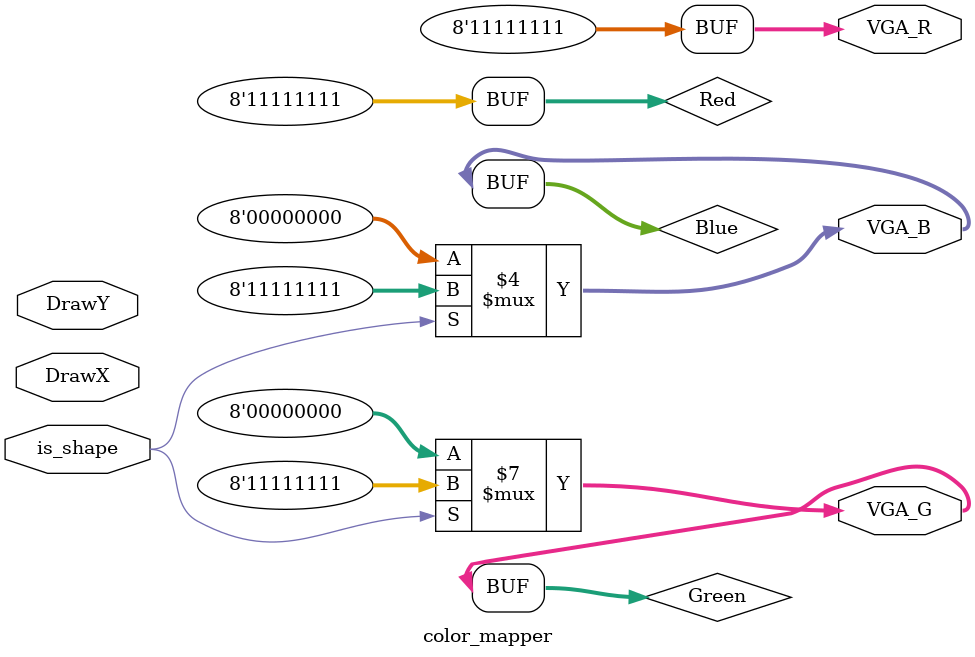
<source format=sv>

module  color_mapper ( input              is_shape,            // Whether current pixel belongs to ball 
                                                              //   or background (computed in ball.sv)
                       input        [9:0] DrawX, DrawY,       // Current pixel coordinates
                       output logic [7:0] VGA_R, VGA_G, VGA_B // VGA RGB output
                     );
    
    logic [7:0] Red, Green, Blue;
    
    // Output colors to VGA
    assign VGA_R = Red;
    assign VGA_G = Green;
    assign VGA_B = Blue;
    
    // Assign color based on is_shape signal
    always_comb
    begin
        if (is_shape == 1'b1) 
        begin
            // White ball
            Red = 8'hff;
            Green = 8'hff;
            Blue = 8'hff;
        end
        else 
        begin
            // 
            Red = 8'hff; 
            Green = 8'h00;
            Blue = 8'h00;
        end
    end 
    
endmodule

</source>
